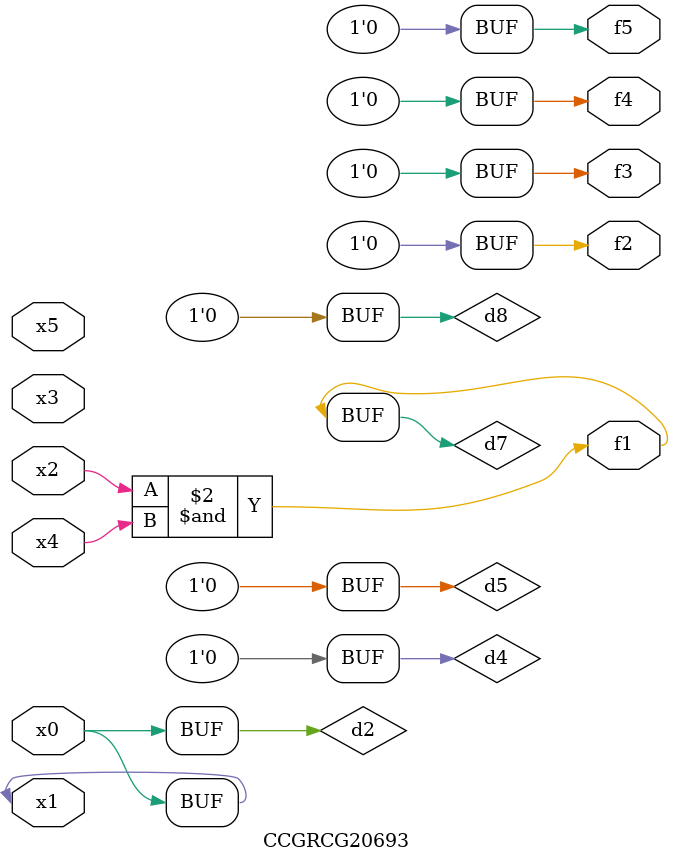
<source format=v>
module CCGRCG20693(
	input x0, x1, x2, x3, x4, x5,
	output f1, f2, f3, f4, f5
);

	wire d1, d2, d3, d4, d5, d6, d7, d8, d9;

	nand (d1, x1);
	buf (d2, x0, x1);
	nand (d3, x2, x4);
	and (d4, d1, d2);
	and (d5, d1, d2);
	nand (d6, d1, d3);
	not (d7, d3);
	xor (d8, d5);
	nor (d9, d5, d6);
	assign f1 = d7;
	assign f2 = d8;
	assign f3 = d8;
	assign f4 = d8;
	assign f5 = d8;
endmodule

</source>
